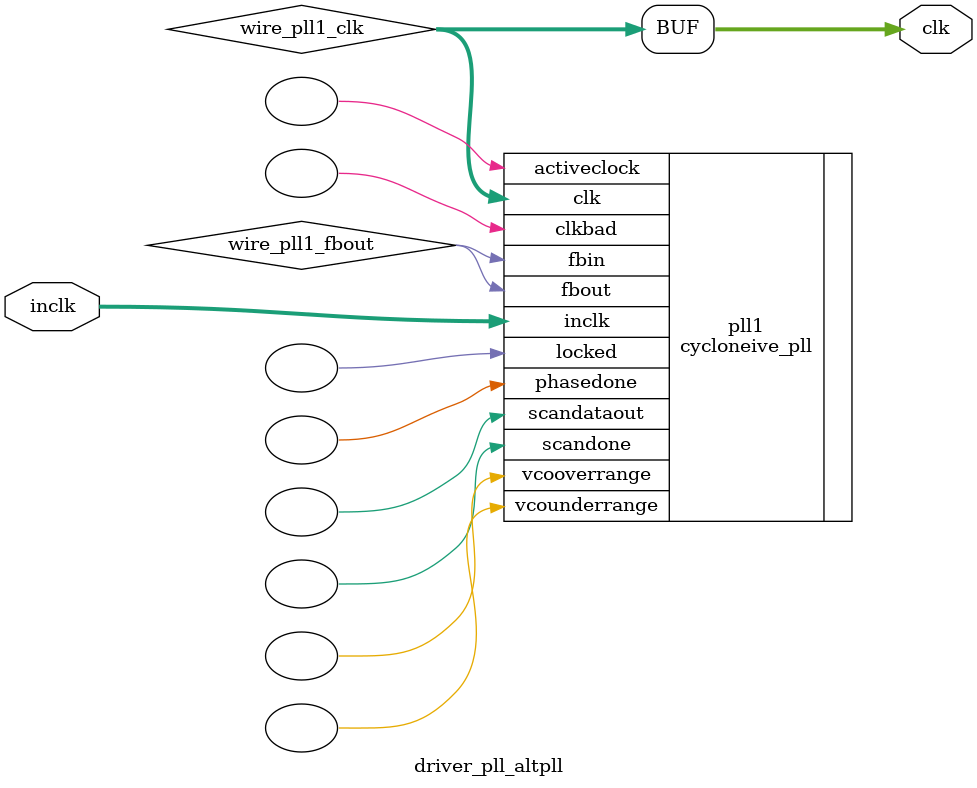
<source format=v>






//synthesis_resources = cycloneive_pll 1 
//synopsys translate_off
`timescale 1 ps / 1 ps
//synopsys translate_on
module  driver_pll_altpll
	( 
	clk,
	inclk) /* synthesis synthesis_clearbox=1 */;
	output   [4:0]  clk;
	input   [1:0]  inclk;
`ifndef ALTERA_RESERVED_QIS
// synopsys translate_off
`endif
	tri0   [1:0]  inclk;
`ifndef ALTERA_RESERVED_QIS
// synopsys translate_on
`endif

	wire  [4:0]   wire_pll1_clk;
	wire  wire_pll1_fbout;

	cycloneive_pll   pll1
	( 
	.activeclock(),
	.clk(wire_pll1_clk),
	.clkbad(),
	.fbin(wire_pll1_fbout),
	.fbout(wire_pll1_fbout),
	.inclk(inclk),
	.locked(),
	.phasedone(),
	.scandataout(),
	.scandone(),
	.vcooverrange(),
	.vcounderrange()
	`ifndef FORMAL_VERIFICATION
	// synopsys translate_off
	`endif
	,
	.areset(1'b0),
	.clkswitch(1'b0),
	.configupdate(1'b0),
	.pfdena(1'b1),
	.phasecounterselect({3{1'b0}}),
	.phasestep(1'b0),
	.phaseupdown(1'b0),
	.scanclk(1'b0),
	.scanclkena(1'b1),
	.scandata(1'b0)
	`ifndef FORMAL_VERIFICATION
	// synopsys translate_on
	`endif
	);
	defparam
		pll1.bandwidth_type = "auto",
		pll1.clk0_divide_by = 1,
		pll1.clk0_duty_cycle = 50,
		pll1.clk0_multiply_by = 6,
		pll1.clk0_phase_shift = "0",
		pll1.clk1_divide_by = 1,
		pll1.clk1_duty_cycle = 50,
		pll1.clk1_multiply_by = 12,
		pll1.clk1_phase_shift = "0",
		pll1.compensate_clock = "clk0",
		pll1.inclk0_input_frequency = 40000,
		pll1.operation_mode = "normal",
		pll1.pll_type = "auto",
		pll1.lpm_type = "cycloneive_pll";
	assign
		clk = {wire_pll1_clk[4:0]};
endmodule //driver_pll_altpll
//VALID FILE

</source>
